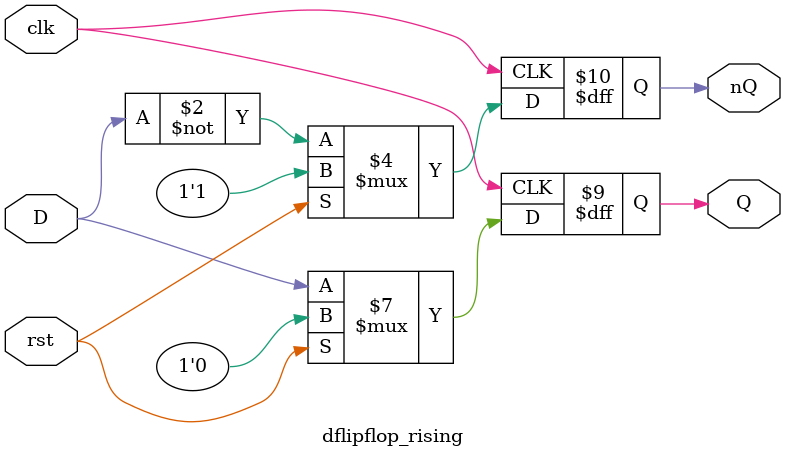
<source format=v>

module dflipflop_rising (
    input clk,
    input rst,      // Active-high synchronous reset
    input D,
    output reg Q,
    output reg nQ
);

always @(posedge clk) begin
    if (rst) begin
        Q <= 1'b0;
        nQ <= 1'b1;
    end else begin
        Q <= D;
        nQ <= ~D;
    end
end

endmodule

</source>
